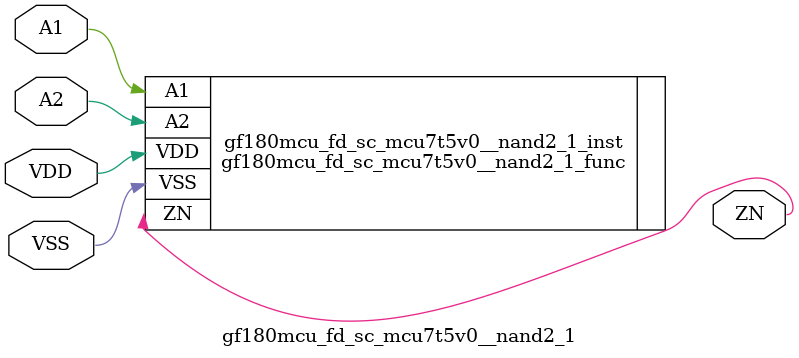
<source format=v>

module gf180mcu_fd_sc_mcu7t5v0__nand2_1( A2, A1, ZN, VDD, VSS );
input A1, A2;
inout VDD, VSS;
output ZN;

   `ifdef FUNCTIONAL  //  functional //

	gf180mcu_fd_sc_mcu7t5v0__nand2_1_func gf180mcu_fd_sc_mcu7t5v0__nand2_1_behav_inst(.A2(A2),.A1(A1),.ZN(ZN),.VDD(VDD),.VSS(VSS));

   `else

	gf180mcu_fd_sc_mcu7t5v0__nand2_1_func gf180mcu_fd_sc_mcu7t5v0__nand2_1_inst(.A2(A2),.A1(A1),.ZN(ZN),.VDD(VDD),.VSS(VSS));

	// spec_gates_begin


	// spec_gates_end



   specify

	// specify_block_begin

	// comb arc A1 --> ZN
	 (A1 => ZN) = (1.0,1.0);

	// comb arc A2 --> ZN
	 (A2 => ZN) = (1.0,1.0);

	// specify_block_end

   endspecify

   `endif

endmodule

</source>
